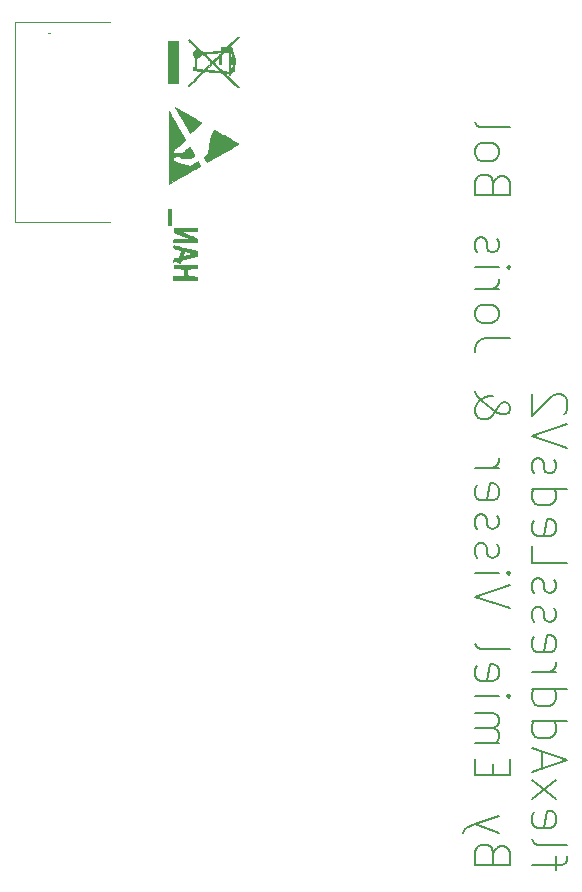
<source format=gbr>
%TF.GenerationSoftware,KiCad,Pcbnew,7.0.7*%
%TF.CreationDate,2023-12-11T13:03:46+01:00*%
%TF.ProjectId,flexAddressLedsV2,666c6578-4164-4647-9265-73734c656473,rev?*%
%TF.SameCoordinates,Original*%
%TF.FileFunction,Legend,Bot*%
%TF.FilePolarity,Positive*%
%FSLAX46Y46*%
G04 Gerber Fmt 4.6, Leading zero omitted, Abs format (unit mm)*
G04 Created by KiCad (PCBNEW 7.0.7) date 2023-12-11 13:03:46*
%MOMM*%
%LPD*%
G01*
G04 APERTURE LIST*
%ADD10C,0.150000*%
%ADD11C,0.120000*%
%ADD12C,0.100000*%
%ADD13C,0.010000*%
G04 APERTURE END LIST*
D10*
X75704942Y-103215601D02*
X75704942Y-102072744D01*
X73704942Y-102787030D02*
X76276371Y-102787030D01*
X76276371Y-102787030D02*
X76562085Y-102644173D01*
X76562085Y-102644173D02*
X76704942Y-102358458D01*
X76704942Y-102358458D02*
X76704942Y-102072744D01*
X73704942Y-100644172D02*
X73847800Y-100929887D01*
X73847800Y-100929887D02*
X74133514Y-101072744D01*
X74133514Y-101072744D02*
X76704942Y-101072744D01*
X73847800Y-98358458D02*
X73704942Y-98644172D01*
X73704942Y-98644172D02*
X73704942Y-99215601D01*
X73704942Y-99215601D02*
X73847800Y-99501315D01*
X73847800Y-99501315D02*
X74133514Y-99644172D01*
X74133514Y-99644172D02*
X75276371Y-99644172D01*
X75276371Y-99644172D02*
X75562085Y-99501315D01*
X75562085Y-99501315D02*
X75704942Y-99215601D01*
X75704942Y-99215601D02*
X75704942Y-98644172D01*
X75704942Y-98644172D02*
X75562085Y-98358458D01*
X75562085Y-98358458D02*
X75276371Y-98215601D01*
X75276371Y-98215601D02*
X74990657Y-98215601D01*
X74990657Y-98215601D02*
X74704942Y-99644172D01*
X73704942Y-97215600D02*
X75704942Y-95644172D01*
X75704942Y-97215600D02*
X73704942Y-95644172D01*
X74562085Y-94644172D02*
X74562085Y-93215601D01*
X73704942Y-94929886D02*
X76704942Y-93929886D01*
X76704942Y-93929886D02*
X73704942Y-92929886D01*
X73704942Y-90644172D02*
X76704942Y-90644172D01*
X73847800Y-90644172D02*
X73704942Y-90929886D01*
X73704942Y-90929886D02*
X73704942Y-91501314D01*
X73704942Y-91501314D02*
X73847800Y-91787029D01*
X73847800Y-91787029D02*
X73990657Y-91929886D01*
X73990657Y-91929886D02*
X74276371Y-92072743D01*
X74276371Y-92072743D02*
X75133514Y-92072743D01*
X75133514Y-92072743D02*
X75419228Y-91929886D01*
X75419228Y-91929886D02*
X75562085Y-91787029D01*
X75562085Y-91787029D02*
X75704942Y-91501314D01*
X75704942Y-91501314D02*
X75704942Y-90929886D01*
X75704942Y-90929886D02*
X75562085Y-90644172D01*
X73704942Y-87929886D02*
X76704942Y-87929886D01*
X73847800Y-87929886D02*
X73704942Y-88215600D01*
X73704942Y-88215600D02*
X73704942Y-88787028D01*
X73704942Y-88787028D02*
X73847800Y-89072743D01*
X73847800Y-89072743D02*
X73990657Y-89215600D01*
X73990657Y-89215600D02*
X74276371Y-89358457D01*
X74276371Y-89358457D02*
X75133514Y-89358457D01*
X75133514Y-89358457D02*
X75419228Y-89215600D01*
X75419228Y-89215600D02*
X75562085Y-89072743D01*
X75562085Y-89072743D02*
X75704942Y-88787028D01*
X75704942Y-88787028D02*
X75704942Y-88215600D01*
X75704942Y-88215600D02*
X75562085Y-87929886D01*
X73704942Y-86501314D02*
X75704942Y-86501314D01*
X75133514Y-86501314D02*
X75419228Y-86358457D01*
X75419228Y-86358457D02*
X75562085Y-86215600D01*
X75562085Y-86215600D02*
X75704942Y-85929885D01*
X75704942Y-85929885D02*
X75704942Y-85644171D01*
X73847800Y-83501314D02*
X73704942Y-83787028D01*
X73704942Y-83787028D02*
X73704942Y-84358457D01*
X73704942Y-84358457D02*
X73847800Y-84644171D01*
X73847800Y-84644171D02*
X74133514Y-84787028D01*
X74133514Y-84787028D02*
X75276371Y-84787028D01*
X75276371Y-84787028D02*
X75562085Y-84644171D01*
X75562085Y-84644171D02*
X75704942Y-84358457D01*
X75704942Y-84358457D02*
X75704942Y-83787028D01*
X75704942Y-83787028D02*
X75562085Y-83501314D01*
X75562085Y-83501314D02*
X75276371Y-83358457D01*
X75276371Y-83358457D02*
X74990657Y-83358457D01*
X74990657Y-83358457D02*
X74704942Y-84787028D01*
X73847800Y-82215599D02*
X73704942Y-81929885D01*
X73704942Y-81929885D02*
X73704942Y-81358456D01*
X73704942Y-81358456D02*
X73847800Y-81072742D01*
X73847800Y-81072742D02*
X74133514Y-80929885D01*
X74133514Y-80929885D02*
X74276371Y-80929885D01*
X74276371Y-80929885D02*
X74562085Y-81072742D01*
X74562085Y-81072742D02*
X74704942Y-81358456D01*
X74704942Y-81358456D02*
X74704942Y-81787028D01*
X74704942Y-81787028D02*
X74847800Y-82072742D01*
X74847800Y-82072742D02*
X75133514Y-82215599D01*
X75133514Y-82215599D02*
X75276371Y-82215599D01*
X75276371Y-82215599D02*
X75562085Y-82072742D01*
X75562085Y-82072742D02*
X75704942Y-81787028D01*
X75704942Y-81787028D02*
X75704942Y-81358456D01*
X75704942Y-81358456D02*
X75562085Y-81072742D01*
X73847800Y-79787028D02*
X73704942Y-79501314D01*
X73704942Y-79501314D02*
X73704942Y-78929885D01*
X73704942Y-78929885D02*
X73847800Y-78644171D01*
X73847800Y-78644171D02*
X74133514Y-78501314D01*
X74133514Y-78501314D02*
X74276371Y-78501314D01*
X74276371Y-78501314D02*
X74562085Y-78644171D01*
X74562085Y-78644171D02*
X74704942Y-78929885D01*
X74704942Y-78929885D02*
X74704942Y-79358457D01*
X74704942Y-79358457D02*
X74847800Y-79644171D01*
X74847800Y-79644171D02*
X75133514Y-79787028D01*
X75133514Y-79787028D02*
X75276371Y-79787028D01*
X75276371Y-79787028D02*
X75562085Y-79644171D01*
X75562085Y-79644171D02*
X75704942Y-79358457D01*
X75704942Y-79358457D02*
X75704942Y-78929885D01*
X75704942Y-78929885D02*
X75562085Y-78644171D01*
X73704942Y-75787028D02*
X73704942Y-77215600D01*
X73704942Y-77215600D02*
X76704942Y-77215600D01*
X73847800Y-73644172D02*
X73704942Y-73929886D01*
X73704942Y-73929886D02*
X73704942Y-74501315D01*
X73704942Y-74501315D02*
X73847800Y-74787029D01*
X73847800Y-74787029D02*
X74133514Y-74929886D01*
X74133514Y-74929886D02*
X75276371Y-74929886D01*
X75276371Y-74929886D02*
X75562085Y-74787029D01*
X75562085Y-74787029D02*
X75704942Y-74501315D01*
X75704942Y-74501315D02*
X75704942Y-73929886D01*
X75704942Y-73929886D02*
X75562085Y-73644172D01*
X75562085Y-73644172D02*
X75276371Y-73501315D01*
X75276371Y-73501315D02*
X74990657Y-73501315D01*
X74990657Y-73501315D02*
X74704942Y-74929886D01*
X73704942Y-70929886D02*
X76704942Y-70929886D01*
X73847800Y-70929886D02*
X73704942Y-71215600D01*
X73704942Y-71215600D02*
X73704942Y-71787028D01*
X73704942Y-71787028D02*
X73847800Y-72072743D01*
X73847800Y-72072743D02*
X73990657Y-72215600D01*
X73990657Y-72215600D02*
X74276371Y-72358457D01*
X74276371Y-72358457D02*
X75133514Y-72358457D01*
X75133514Y-72358457D02*
X75419228Y-72215600D01*
X75419228Y-72215600D02*
X75562085Y-72072743D01*
X75562085Y-72072743D02*
X75704942Y-71787028D01*
X75704942Y-71787028D02*
X75704942Y-71215600D01*
X75704942Y-71215600D02*
X75562085Y-70929886D01*
X73847800Y-69644171D02*
X73704942Y-69358457D01*
X73704942Y-69358457D02*
X73704942Y-68787028D01*
X73704942Y-68787028D02*
X73847800Y-68501314D01*
X73847800Y-68501314D02*
X74133514Y-68358457D01*
X74133514Y-68358457D02*
X74276371Y-68358457D01*
X74276371Y-68358457D02*
X74562085Y-68501314D01*
X74562085Y-68501314D02*
X74704942Y-68787028D01*
X74704942Y-68787028D02*
X74704942Y-69215600D01*
X74704942Y-69215600D02*
X74847800Y-69501314D01*
X74847800Y-69501314D02*
X75133514Y-69644171D01*
X75133514Y-69644171D02*
X75276371Y-69644171D01*
X75276371Y-69644171D02*
X75562085Y-69501314D01*
X75562085Y-69501314D02*
X75704942Y-69215600D01*
X75704942Y-69215600D02*
X75704942Y-68787028D01*
X75704942Y-68787028D02*
X75562085Y-68501314D01*
X76704942Y-67501314D02*
X73704942Y-66501314D01*
X73704942Y-66501314D02*
X76704942Y-65501314D01*
X76419228Y-64644171D02*
X76562085Y-64501314D01*
X76562085Y-64501314D02*
X76704942Y-64215600D01*
X76704942Y-64215600D02*
X76704942Y-63501314D01*
X76704942Y-63501314D02*
X76562085Y-63215600D01*
X76562085Y-63215600D02*
X76419228Y-63072742D01*
X76419228Y-63072742D02*
X76133514Y-62929885D01*
X76133514Y-62929885D02*
X75847800Y-62929885D01*
X75847800Y-62929885D02*
X75419228Y-63072742D01*
X75419228Y-63072742D02*
X73704942Y-64787028D01*
X73704942Y-64787028D02*
X73704942Y-62929885D01*
X70446371Y-101787030D02*
X70303514Y-101358458D01*
X70303514Y-101358458D02*
X70160657Y-101215601D01*
X70160657Y-101215601D02*
X69874942Y-101072744D01*
X69874942Y-101072744D02*
X69446371Y-101072744D01*
X69446371Y-101072744D02*
X69160657Y-101215601D01*
X69160657Y-101215601D02*
X69017800Y-101358458D01*
X69017800Y-101358458D02*
X68874942Y-101644173D01*
X68874942Y-101644173D02*
X68874942Y-102787030D01*
X68874942Y-102787030D02*
X71874942Y-102787030D01*
X71874942Y-102787030D02*
X71874942Y-101787030D01*
X71874942Y-101787030D02*
X71732085Y-101501316D01*
X71732085Y-101501316D02*
X71589228Y-101358458D01*
X71589228Y-101358458D02*
X71303514Y-101215601D01*
X71303514Y-101215601D02*
X71017800Y-101215601D01*
X71017800Y-101215601D02*
X70732085Y-101358458D01*
X70732085Y-101358458D02*
X70589228Y-101501316D01*
X70589228Y-101501316D02*
X70446371Y-101787030D01*
X70446371Y-101787030D02*
X70446371Y-102787030D01*
X70874942Y-100072744D02*
X68874942Y-99358458D01*
X70874942Y-98644173D02*
X68874942Y-99358458D01*
X68874942Y-99358458D02*
X68160657Y-99644173D01*
X68160657Y-99644173D02*
X68017800Y-99787030D01*
X68017800Y-99787030D02*
X67874942Y-100072744D01*
X70446371Y-95215602D02*
X70446371Y-94215602D01*
X68874942Y-93787030D02*
X68874942Y-95215602D01*
X68874942Y-95215602D02*
X71874942Y-95215602D01*
X71874942Y-95215602D02*
X71874942Y-93787030D01*
X68874942Y-92501316D02*
X70874942Y-92501316D01*
X70589228Y-92501316D02*
X70732085Y-92358459D01*
X70732085Y-92358459D02*
X70874942Y-92072744D01*
X70874942Y-92072744D02*
X70874942Y-91644173D01*
X70874942Y-91644173D02*
X70732085Y-91358459D01*
X70732085Y-91358459D02*
X70446371Y-91215602D01*
X70446371Y-91215602D02*
X68874942Y-91215602D01*
X70446371Y-91215602D02*
X70732085Y-91072744D01*
X70732085Y-91072744D02*
X70874942Y-90787030D01*
X70874942Y-90787030D02*
X70874942Y-90358459D01*
X70874942Y-90358459D02*
X70732085Y-90072744D01*
X70732085Y-90072744D02*
X70446371Y-89929887D01*
X70446371Y-89929887D02*
X68874942Y-89929887D01*
X68874942Y-88501316D02*
X70874942Y-88501316D01*
X71874942Y-88501316D02*
X71732085Y-88644173D01*
X71732085Y-88644173D02*
X71589228Y-88501316D01*
X71589228Y-88501316D02*
X71732085Y-88358459D01*
X71732085Y-88358459D02*
X71874942Y-88501316D01*
X71874942Y-88501316D02*
X71589228Y-88501316D01*
X69017800Y-85929888D02*
X68874942Y-86215602D01*
X68874942Y-86215602D02*
X68874942Y-86787031D01*
X68874942Y-86787031D02*
X69017800Y-87072745D01*
X69017800Y-87072745D02*
X69303514Y-87215602D01*
X69303514Y-87215602D02*
X70446371Y-87215602D01*
X70446371Y-87215602D02*
X70732085Y-87072745D01*
X70732085Y-87072745D02*
X70874942Y-86787031D01*
X70874942Y-86787031D02*
X70874942Y-86215602D01*
X70874942Y-86215602D02*
X70732085Y-85929888D01*
X70732085Y-85929888D02*
X70446371Y-85787031D01*
X70446371Y-85787031D02*
X70160657Y-85787031D01*
X70160657Y-85787031D02*
X69874942Y-87215602D01*
X68874942Y-84072744D02*
X69017800Y-84358459D01*
X69017800Y-84358459D02*
X69303514Y-84501316D01*
X69303514Y-84501316D02*
X71874942Y-84501316D01*
X71874942Y-81072744D02*
X68874942Y-80072744D01*
X68874942Y-80072744D02*
X71874942Y-79072744D01*
X68874942Y-78072744D02*
X70874942Y-78072744D01*
X71874942Y-78072744D02*
X71732085Y-78215601D01*
X71732085Y-78215601D02*
X71589228Y-78072744D01*
X71589228Y-78072744D02*
X71732085Y-77929887D01*
X71732085Y-77929887D02*
X71874942Y-78072744D01*
X71874942Y-78072744D02*
X71589228Y-78072744D01*
X69017800Y-76787030D02*
X68874942Y-76501316D01*
X68874942Y-76501316D02*
X68874942Y-75929887D01*
X68874942Y-75929887D02*
X69017800Y-75644173D01*
X69017800Y-75644173D02*
X69303514Y-75501316D01*
X69303514Y-75501316D02*
X69446371Y-75501316D01*
X69446371Y-75501316D02*
X69732085Y-75644173D01*
X69732085Y-75644173D02*
X69874942Y-75929887D01*
X69874942Y-75929887D02*
X69874942Y-76358459D01*
X69874942Y-76358459D02*
X70017800Y-76644173D01*
X70017800Y-76644173D02*
X70303514Y-76787030D01*
X70303514Y-76787030D02*
X70446371Y-76787030D01*
X70446371Y-76787030D02*
X70732085Y-76644173D01*
X70732085Y-76644173D02*
X70874942Y-76358459D01*
X70874942Y-76358459D02*
X70874942Y-75929887D01*
X70874942Y-75929887D02*
X70732085Y-75644173D01*
X69017800Y-74358459D02*
X68874942Y-74072745D01*
X68874942Y-74072745D02*
X68874942Y-73501316D01*
X68874942Y-73501316D02*
X69017800Y-73215602D01*
X69017800Y-73215602D02*
X69303514Y-73072745D01*
X69303514Y-73072745D02*
X69446371Y-73072745D01*
X69446371Y-73072745D02*
X69732085Y-73215602D01*
X69732085Y-73215602D02*
X69874942Y-73501316D01*
X69874942Y-73501316D02*
X69874942Y-73929888D01*
X69874942Y-73929888D02*
X70017800Y-74215602D01*
X70017800Y-74215602D02*
X70303514Y-74358459D01*
X70303514Y-74358459D02*
X70446371Y-74358459D01*
X70446371Y-74358459D02*
X70732085Y-74215602D01*
X70732085Y-74215602D02*
X70874942Y-73929888D01*
X70874942Y-73929888D02*
X70874942Y-73501316D01*
X70874942Y-73501316D02*
X70732085Y-73215602D01*
X69017800Y-70644174D02*
X68874942Y-70929888D01*
X68874942Y-70929888D02*
X68874942Y-71501317D01*
X68874942Y-71501317D02*
X69017800Y-71787031D01*
X69017800Y-71787031D02*
X69303514Y-71929888D01*
X69303514Y-71929888D02*
X70446371Y-71929888D01*
X70446371Y-71929888D02*
X70732085Y-71787031D01*
X70732085Y-71787031D02*
X70874942Y-71501317D01*
X70874942Y-71501317D02*
X70874942Y-70929888D01*
X70874942Y-70929888D02*
X70732085Y-70644174D01*
X70732085Y-70644174D02*
X70446371Y-70501317D01*
X70446371Y-70501317D02*
X70160657Y-70501317D01*
X70160657Y-70501317D02*
X69874942Y-71929888D01*
X68874942Y-69215602D02*
X70874942Y-69215602D01*
X70303514Y-69215602D02*
X70589228Y-69072745D01*
X70589228Y-69072745D02*
X70732085Y-68929888D01*
X70732085Y-68929888D02*
X70874942Y-68644173D01*
X70874942Y-68644173D02*
X70874942Y-68358459D01*
X68874942Y-62644173D02*
X68874942Y-62787031D01*
X68874942Y-62787031D02*
X69017800Y-63072745D01*
X69017800Y-63072745D02*
X69446371Y-63501316D01*
X69446371Y-63501316D02*
X70303514Y-64215602D01*
X70303514Y-64215602D02*
X70732085Y-64501316D01*
X70732085Y-64501316D02*
X71160657Y-64644173D01*
X71160657Y-64644173D02*
X71446371Y-64644173D01*
X71446371Y-64644173D02*
X71732085Y-64501316D01*
X71732085Y-64501316D02*
X71874942Y-64215602D01*
X71874942Y-64215602D02*
X71874942Y-64072745D01*
X71874942Y-64072745D02*
X71732085Y-63787031D01*
X71732085Y-63787031D02*
X71446371Y-63644173D01*
X71446371Y-63644173D02*
X71303514Y-63644173D01*
X71303514Y-63644173D02*
X71017800Y-63787031D01*
X71017800Y-63787031D02*
X70874942Y-63929888D01*
X70874942Y-63929888D02*
X70303514Y-64787031D01*
X70303514Y-64787031D02*
X70160657Y-64929888D01*
X70160657Y-64929888D02*
X69874942Y-65072745D01*
X69874942Y-65072745D02*
X69446371Y-65072745D01*
X69446371Y-65072745D02*
X69160657Y-64929888D01*
X69160657Y-64929888D02*
X69017800Y-64787031D01*
X69017800Y-64787031D02*
X68874942Y-64501316D01*
X68874942Y-64501316D02*
X68874942Y-64072745D01*
X68874942Y-64072745D02*
X69017800Y-63787031D01*
X69017800Y-63787031D02*
X69160657Y-63644173D01*
X69160657Y-63644173D02*
X69732085Y-63215602D01*
X69732085Y-63215602D02*
X70160657Y-63072745D01*
X70160657Y-63072745D02*
X70446371Y-63072745D01*
X71874942Y-58215602D02*
X69732085Y-58215602D01*
X69732085Y-58215602D02*
X69303514Y-58358459D01*
X69303514Y-58358459D02*
X69017800Y-58644173D01*
X69017800Y-58644173D02*
X68874942Y-59072745D01*
X68874942Y-59072745D02*
X68874942Y-59358459D01*
X68874942Y-56358459D02*
X69017800Y-56644174D01*
X69017800Y-56644174D02*
X69160657Y-56787031D01*
X69160657Y-56787031D02*
X69446371Y-56929888D01*
X69446371Y-56929888D02*
X70303514Y-56929888D01*
X70303514Y-56929888D02*
X70589228Y-56787031D01*
X70589228Y-56787031D02*
X70732085Y-56644174D01*
X70732085Y-56644174D02*
X70874942Y-56358459D01*
X70874942Y-56358459D02*
X70874942Y-55929888D01*
X70874942Y-55929888D02*
X70732085Y-55644174D01*
X70732085Y-55644174D02*
X70589228Y-55501317D01*
X70589228Y-55501317D02*
X70303514Y-55358459D01*
X70303514Y-55358459D02*
X69446371Y-55358459D01*
X69446371Y-55358459D02*
X69160657Y-55501317D01*
X69160657Y-55501317D02*
X69017800Y-55644174D01*
X69017800Y-55644174D02*
X68874942Y-55929888D01*
X68874942Y-55929888D02*
X68874942Y-56358459D01*
X68874942Y-54072745D02*
X70874942Y-54072745D01*
X70303514Y-54072745D02*
X70589228Y-53929888D01*
X70589228Y-53929888D02*
X70732085Y-53787031D01*
X70732085Y-53787031D02*
X70874942Y-53501316D01*
X70874942Y-53501316D02*
X70874942Y-53215602D01*
X68874942Y-52215602D02*
X70874942Y-52215602D01*
X71874942Y-52215602D02*
X71732085Y-52358459D01*
X71732085Y-52358459D02*
X71589228Y-52215602D01*
X71589228Y-52215602D02*
X71732085Y-52072745D01*
X71732085Y-52072745D02*
X71874942Y-52215602D01*
X71874942Y-52215602D02*
X71589228Y-52215602D01*
X69017800Y-50929888D02*
X68874942Y-50644174D01*
X68874942Y-50644174D02*
X68874942Y-50072745D01*
X68874942Y-50072745D02*
X69017800Y-49787031D01*
X69017800Y-49787031D02*
X69303514Y-49644174D01*
X69303514Y-49644174D02*
X69446371Y-49644174D01*
X69446371Y-49644174D02*
X69732085Y-49787031D01*
X69732085Y-49787031D02*
X69874942Y-50072745D01*
X69874942Y-50072745D02*
X69874942Y-50501317D01*
X69874942Y-50501317D02*
X70017800Y-50787031D01*
X70017800Y-50787031D02*
X70303514Y-50929888D01*
X70303514Y-50929888D02*
X70446371Y-50929888D01*
X70446371Y-50929888D02*
X70732085Y-50787031D01*
X70732085Y-50787031D02*
X70874942Y-50501317D01*
X70874942Y-50501317D02*
X70874942Y-50072745D01*
X70874942Y-50072745D02*
X70732085Y-49787031D01*
X70446371Y-45072746D02*
X70303514Y-44644174D01*
X70303514Y-44644174D02*
X70160657Y-44501317D01*
X70160657Y-44501317D02*
X69874942Y-44358460D01*
X69874942Y-44358460D02*
X69446371Y-44358460D01*
X69446371Y-44358460D02*
X69160657Y-44501317D01*
X69160657Y-44501317D02*
X69017800Y-44644174D01*
X69017800Y-44644174D02*
X68874942Y-44929889D01*
X68874942Y-44929889D02*
X68874942Y-46072746D01*
X68874942Y-46072746D02*
X71874942Y-46072746D01*
X71874942Y-46072746D02*
X71874942Y-45072746D01*
X71874942Y-45072746D02*
X71732085Y-44787032D01*
X71732085Y-44787032D02*
X71589228Y-44644174D01*
X71589228Y-44644174D02*
X71303514Y-44501317D01*
X71303514Y-44501317D02*
X71017800Y-44501317D01*
X71017800Y-44501317D02*
X70732085Y-44644174D01*
X70732085Y-44644174D02*
X70589228Y-44787032D01*
X70589228Y-44787032D02*
X70446371Y-45072746D01*
X70446371Y-45072746D02*
X70446371Y-46072746D01*
X68874942Y-42644174D02*
X69017800Y-42929889D01*
X69017800Y-42929889D02*
X69160657Y-43072746D01*
X69160657Y-43072746D02*
X69446371Y-43215603D01*
X69446371Y-43215603D02*
X70303514Y-43215603D01*
X70303514Y-43215603D02*
X70589228Y-43072746D01*
X70589228Y-43072746D02*
X70732085Y-42929889D01*
X70732085Y-42929889D02*
X70874942Y-42644174D01*
X70874942Y-42644174D02*
X70874942Y-42215603D01*
X70874942Y-42215603D02*
X70732085Y-41929889D01*
X70732085Y-41929889D02*
X70589228Y-41787032D01*
X70589228Y-41787032D02*
X70303514Y-41644174D01*
X70303514Y-41644174D02*
X69446371Y-41644174D01*
X69446371Y-41644174D02*
X69160657Y-41787032D01*
X69160657Y-41787032D02*
X69017800Y-41929889D01*
X69017800Y-41929889D02*
X68874942Y-42215603D01*
X68874942Y-42215603D02*
X68874942Y-42644174D01*
X68874942Y-39929888D02*
X69017800Y-40215603D01*
X69017800Y-40215603D02*
X69303514Y-40358460D01*
X69303514Y-40358460D02*
X71874942Y-40358460D01*
D11*
%TO.C,J1*%
X38000000Y-31400000D02*
X29900000Y-31400000D01*
X29900000Y-31400000D02*
X29900000Y-48395000D01*
D12*
X32848000Y-32350000D02*
X32898000Y-32400000D01*
X32798000Y-32400000D02*
X32798000Y-32400000D01*
D11*
X29900000Y-48395000D02*
X38000000Y-48395000D01*
D12*
X32798000Y-32400000D02*
G75*
G03*
X32898000Y-32400000I50000J0D01*
G01*
X32898000Y-32400000D02*
G75*
G03*
X32798000Y-32400000I-50000J0D01*
G01*
%TO.C,REF\u002A\u002A*%
D13*
X43504169Y-38666075D02*
X43527670Y-38677493D01*
X43565214Y-38698493D01*
X43587436Y-38711376D01*
X43634827Y-38738772D01*
X43704623Y-38779087D01*
X43794556Y-38831009D01*
X43902358Y-38893231D01*
X44025760Y-38964443D01*
X44162494Y-39043335D01*
X44310291Y-39128598D01*
X44466883Y-39218924D01*
X44630000Y-39313002D01*
X44789677Y-39405121D01*
X44944813Y-39494680D01*
X45090588Y-39578893D01*
X45224817Y-39656497D01*
X45345315Y-39726225D01*
X45449898Y-39786814D01*
X45536381Y-39836998D01*
X45602579Y-39875512D01*
X45646307Y-39901092D01*
X45665381Y-39912472D01*
X45701799Y-39935820D01*
X45657637Y-39982836D01*
X45643968Y-39997023D01*
X45602281Y-40038392D01*
X45545528Y-40093107D01*
X45476603Y-40158510D01*
X45398401Y-40231943D01*
X45313818Y-40310746D01*
X45225747Y-40392260D01*
X45137084Y-40473827D01*
X45050724Y-40552788D01*
X44969561Y-40626483D01*
X44896490Y-40692254D01*
X44834406Y-40747441D01*
X44786205Y-40789386D01*
X44754780Y-40815431D01*
X44743026Y-40822915D01*
X44741728Y-40820346D01*
X44728022Y-40795785D01*
X44700387Y-40747204D01*
X44660002Y-40676652D01*
X44608045Y-40586173D01*
X44545695Y-40477815D01*
X44474129Y-40353624D01*
X44394525Y-40215645D01*
X44308062Y-40065926D01*
X44215917Y-39906513D01*
X44119268Y-39739451D01*
X44083133Y-39677008D01*
X43988194Y-39512883D01*
X43898286Y-39357358D01*
X43814576Y-39212454D01*
X43738229Y-39080195D01*
X43670411Y-38962604D01*
X43612289Y-38861702D01*
X43565029Y-38779513D01*
X43529797Y-38718059D01*
X43507758Y-38679364D01*
X43500080Y-38665449D01*
X43504169Y-38666075D01*
G36*
X43504169Y-38666075D02*
G01*
X43527670Y-38677493D01*
X43565214Y-38698493D01*
X43587436Y-38711376D01*
X43634827Y-38738772D01*
X43704623Y-38779087D01*
X43794556Y-38831009D01*
X43902358Y-38893231D01*
X44025760Y-38964443D01*
X44162494Y-39043335D01*
X44310291Y-39128598D01*
X44466883Y-39218924D01*
X44630000Y-39313002D01*
X44789677Y-39405121D01*
X44944813Y-39494680D01*
X45090588Y-39578893D01*
X45224817Y-39656497D01*
X45345315Y-39726225D01*
X45449898Y-39786814D01*
X45536381Y-39836998D01*
X45602579Y-39875512D01*
X45646307Y-39901092D01*
X45665381Y-39912472D01*
X45701799Y-39935820D01*
X45657637Y-39982836D01*
X45643968Y-39997023D01*
X45602281Y-40038392D01*
X45545528Y-40093107D01*
X45476603Y-40158510D01*
X45398401Y-40231943D01*
X45313818Y-40310746D01*
X45225747Y-40392260D01*
X45137084Y-40473827D01*
X45050724Y-40552788D01*
X44969561Y-40626483D01*
X44896490Y-40692254D01*
X44834406Y-40747441D01*
X44786205Y-40789386D01*
X44754780Y-40815431D01*
X44743026Y-40822915D01*
X44741728Y-40820346D01*
X44728022Y-40795785D01*
X44700387Y-40747204D01*
X44660002Y-40676652D01*
X44608045Y-40586173D01*
X44545695Y-40477815D01*
X44474129Y-40353624D01*
X44394525Y-40215645D01*
X44308062Y-40065926D01*
X44215917Y-39906513D01*
X44119268Y-39739451D01*
X44083133Y-39677008D01*
X43988194Y-39512883D01*
X43898286Y-39357358D01*
X43814576Y-39212454D01*
X43738229Y-39080195D01*
X43670411Y-38962604D01*
X43612289Y-38861702D01*
X43565029Y-38779513D01*
X43529797Y-38718059D01*
X43507758Y-38679364D01*
X43500080Y-38665449D01*
X43504169Y-38666075D01*
G37*
X46787630Y-40568446D02*
X46809138Y-40579280D01*
X46854178Y-40603845D01*
X46920228Y-40640685D01*
X47004767Y-40688347D01*
X47105273Y-40745376D01*
X47219224Y-40810318D01*
X47344099Y-40881719D01*
X47477376Y-40958124D01*
X47616533Y-41038079D01*
X47759049Y-41120130D01*
X47902402Y-41202822D01*
X48044070Y-41284701D01*
X48181532Y-41364313D01*
X48312266Y-41440204D01*
X48433750Y-41510919D01*
X48543462Y-41575004D01*
X48638882Y-41631004D01*
X48717486Y-41677466D01*
X48776755Y-41712935D01*
X48814165Y-41735957D01*
X48827195Y-41745077D01*
X48826825Y-41745560D01*
X48809489Y-41757093D01*
X48767838Y-41782500D01*
X48704089Y-41820507D01*
X48620455Y-41869837D01*
X48519151Y-41929213D01*
X48402391Y-41997359D01*
X48272392Y-42073000D01*
X48131367Y-42154859D01*
X47981532Y-42241660D01*
X47825100Y-42332126D01*
X47664287Y-42424982D01*
X47501307Y-42518951D01*
X47338376Y-42612757D01*
X47177708Y-42705124D01*
X47021518Y-42794776D01*
X46872020Y-42880436D01*
X46731429Y-42960828D01*
X46601960Y-43034677D01*
X46485828Y-43100705D01*
X46385248Y-43157637D01*
X46302433Y-43204197D01*
X46239600Y-43239108D01*
X46198963Y-43261094D01*
X46182736Y-43268879D01*
X46182612Y-43268887D01*
X46165584Y-43256333D01*
X46136721Y-43220258D01*
X46098753Y-43164417D01*
X46054413Y-43092561D01*
X46026048Y-43044373D01*
X45986604Y-42975032D01*
X45961746Y-42926734D01*
X45950076Y-42896242D01*
X45950194Y-42880320D01*
X45960703Y-42875732D01*
X45962417Y-42875382D01*
X45983318Y-42862268D01*
X46018861Y-42834000D01*
X46062417Y-42795786D01*
X46081125Y-42778155D01*
X46131488Y-42723482D01*
X46174535Y-42663022D01*
X46211527Y-42593182D01*
X46243727Y-42510370D01*
X46272398Y-42410992D01*
X46298802Y-42291455D01*
X46324200Y-42148166D01*
X46349855Y-41977531D01*
X46378773Y-41781134D01*
X46409827Y-41591274D01*
X46440956Y-41425260D01*
X46473058Y-41279382D01*
X46507031Y-41149927D01*
X46543774Y-41033183D01*
X46584183Y-40925440D01*
X46629157Y-40822985D01*
X46666246Y-40747688D01*
X46705275Y-40675765D01*
X46740118Y-40618886D01*
X46768035Y-40581499D01*
X46786286Y-40568049D01*
X46787630Y-40568446D01*
G36*
X46787630Y-40568446D02*
G01*
X46809138Y-40579280D01*
X46854178Y-40603845D01*
X46920228Y-40640685D01*
X47004767Y-40688347D01*
X47105273Y-40745376D01*
X47219224Y-40810318D01*
X47344099Y-40881719D01*
X47477376Y-40958124D01*
X47616533Y-41038079D01*
X47759049Y-41120130D01*
X47902402Y-41202822D01*
X48044070Y-41284701D01*
X48181532Y-41364313D01*
X48312266Y-41440204D01*
X48433750Y-41510919D01*
X48543462Y-41575004D01*
X48638882Y-41631004D01*
X48717486Y-41677466D01*
X48776755Y-41712935D01*
X48814165Y-41735957D01*
X48827195Y-41745077D01*
X48826825Y-41745560D01*
X48809489Y-41757093D01*
X48767838Y-41782500D01*
X48704089Y-41820507D01*
X48620455Y-41869837D01*
X48519151Y-41929213D01*
X48402391Y-41997359D01*
X48272392Y-42073000D01*
X48131367Y-42154859D01*
X47981532Y-42241660D01*
X47825100Y-42332126D01*
X47664287Y-42424982D01*
X47501307Y-42518951D01*
X47338376Y-42612757D01*
X47177708Y-42705124D01*
X47021518Y-42794776D01*
X46872020Y-42880436D01*
X46731429Y-42960828D01*
X46601960Y-43034677D01*
X46485828Y-43100705D01*
X46385248Y-43157637D01*
X46302433Y-43204197D01*
X46239600Y-43239108D01*
X46198963Y-43261094D01*
X46182736Y-43268879D01*
X46182612Y-43268887D01*
X46165584Y-43256333D01*
X46136721Y-43220258D01*
X46098753Y-43164417D01*
X46054413Y-43092561D01*
X46026048Y-43044373D01*
X45986604Y-42975032D01*
X45961746Y-42926734D01*
X45950076Y-42896242D01*
X45950194Y-42880320D01*
X45960703Y-42875732D01*
X45962417Y-42875382D01*
X45983318Y-42862268D01*
X46018861Y-42834000D01*
X46062417Y-42795786D01*
X46081125Y-42778155D01*
X46131488Y-42723482D01*
X46174535Y-42663022D01*
X46211527Y-42593182D01*
X46243727Y-42510370D01*
X46272398Y-42410992D01*
X46298802Y-42291455D01*
X46324200Y-42148166D01*
X46349855Y-41977531D01*
X46378773Y-41781134D01*
X46409827Y-41591274D01*
X46440956Y-41425260D01*
X46473058Y-41279382D01*
X46507031Y-41149927D01*
X46543774Y-41033183D01*
X46584183Y-40925440D01*
X46629157Y-40822985D01*
X46666246Y-40747688D01*
X46705275Y-40675765D01*
X46740118Y-40618886D01*
X46768035Y-40581499D01*
X46786286Y-40568049D01*
X46787630Y-40568446D01*
G37*
X42961696Y-38976054D02*
X42982917Y-39011311D01*
X43017080Y-39069221D01*
X43062829Y-39147430D01*
X43118810Y-39243583D01*
X43183667Y-39355323D01*
X43256046Y-39480296D01*
X43334591Y-39616146D01*
X43417946Y-39760518D01*
X43504757Y-39911056D01*
X43593668Y-40065405D01*
X43683324Y-40221210D01*
X43772371Y-40376116D01*
X43859452Y-40527766D01*
X43943212Y-40673806D01*
X44022297Y-40811881D01*
X44095351Y-40939634D01*
X44161019Y-41054711D01*
X44217946Y-41154756D01*
X44264776Y-41237414D01*
X44300154Y-41300329D01*
X44322726Y-41341147D01*
X44331136Y-41357511D01*
X44329051Y-41368189D01*
X44310092Y-41400358D01*
X44274968Y-41446221D01*
X44227331Y-41500740D01*
X44179644Y-41549845D01*
X44114684Y-41612389D01*
X44038845Y-41682368D01*
X43956302Y-41756196D01*
X43871232Y-41830285D01*
X43787810Y-41901048D01*
X43710211Y-41964898D01*
X43642611Y-42018247D01*
X43589186Y-42057509D01*
X43554111Y-42079095D01*
X43528495Y-42093506D01*
X43475484Y-42132643D01*
X43419088Y-42182958D01*
X43366538Y-42237276D01*
X43325070Y-42288424D01*
X43301914Y-42329227D01*
X43296562Y-42374292D01*
X43311355Y-42434426D01*
X43345274Y-42491579D01*
X43393947Y-42535933D01*
X43406575Y-42543613D01*
X43427257Y-42553392D01*
X43452146Y-42559765D01*
X43486591Y-42563142D01*
X43535938Y-42563931D01*
X43605536Y-42562541D01*
X43700732Y-42559381D01*
X43755798Y-42557116D01*
X43842883Y-42552304D01*
X43919101Y-42546625D01*
X43977751Y-42540608D01*
X44012134Y-42534783D01*
X44051412Y-42520679D01*
X44128760Y-42478866D01*
X44220409Y-42413895D01*
X44327433Y-42324970D01*
X44450910Y-42211300D01*
X44502934Y-42161972D01*
X44564304Y-42104938D01*
X44616335Y-42057864D01*
X44654734Y-42024624D01*
X44675204Y-42009089D01*
X44678454Y-42007492D01*
X44692447Y-42005577D01*
X44707961Y-42015145D01*
X44728341Y-42040115D01*
X44756929Y-42084406D01*
X44797068Y-42151938D01*
X44830578Y-42209347D01*
X44891877Y-42314992D01*
X44939491Y-42398171D01*
X44974967Y-42461678D01*
X44999851Y-42508306D01*
X45015687Y-42540850D01*
X45024023Y-42562104D01*
X45033272Y-42584097D01*
X45045693Y-42596951D01*
X45048622Y-42598154D01*
X45064916Y-42616961D01*
X45085902Y-42651335D01*
X45115190Y-42705719D01*
X45077808Y-42745874D01*
X45062664Y-42760057D01*
X45021507Y-42793055D01*
X44966555Y-42833346D01*
X44905469Y-42875182D01*
X44770511Y-42964336D01*
X44420638Y-42960837D01*
X44070765Y-42957339D01*
X44021267Y-42906393D01*
X44003621Y-42889274D01*
X43924340Y-42834376D01*
X43830065Y-42802330D01*
X43716220Y-42791412D01*
X43655221Y-42794123D01*
X43547622Y-42813261D01*
X43449417Y-42848141D01*
X43370618Y-42895742D01*
X43341886Y-42928795D01*
X43320063Y-42987549D01*
X43317546Y-43054061D01*
X43333172Y-43119816D01*
X43365780Y-43176301D01*
X43414207Y-43215003D01*
X43416832Y-43216270D01*
X43464775Y-43239663D01*
X43514878Y-43264439D01*
X43561913Y-43285472D01*
X43641190Y-43315644D01*
X43738928Y-43348932D01*
X43850772Y-43384179D01*
X43972366Y-43420229D01*
X44099355Y-43455925D01*
X44227384Y-43490110D01*
X44352098Y-43521627D01*
X44469141Y-43549320D01*
X44574157Y-43572032D01*
X44662791Y-43588606D01*
X44730688Y-43597885D01*
X44773493Y-43598714D01*
X44783218Y-43596847D01*
X44832444Y-43578658D01*
X44898301Y-43544907D01*
X44974835Y-43498555D01*
X45002415Y-43480764D01*
X45114878Y-43409282D01*
X45213228Y-43348520D01*
X45295168Y-43299817D01*
X45358395Y-43264514D01*
X45400610Y-43243952D01*
X45419513Y-43239469D01*
X45420180Y-43239988D01*
X45433795Y-43258545D01*
X45458681Y-43298202D01*
X45491524Y-43353526D01*
X45529012Y-43419084D01*
X45532124Y-43424626D01*
X45571288Y-43495807D01*
X45596264Y-43545381D01*
X45608842Y-43577906D01*
X45610811Y-43597942D01*
X45603960Y-43610047D01*
X45595375Y-43615802D01*
X45561654Y-43636365D01*
X45504800Y-43670179D01*
X45427032Y-43715950D01*
X45330568Y-43772383D01*
X45217629Y-43838184D01*
X45090432Y-43912058D01*
X44951197Y-43992711D01*
X44802143Y-44078848D01*
X44645488Y-44169175D01*
X44602479Y-44193947D01*
X44432425Y-44291900D01*
X44261246Y-44390509D01*
X44092438Y-44487760D01*
X43929497Y-44581638D01*
X43775918Y-44670131D01*
X43635199Y-44751222D01*
X43510834Y-44822898D01*
X43406320Y-44883144D01*
X43325153Y-44929947D01*
X42941829Y-45151030D01*
X42941829Y-42051076D01*
X42941841Y-41922921D01*
X42941958Y-41617500D01*
X42942198Y-41321432D01*
X42942556Y-41036159D01*
X42943024Y-40763123D01*
X42943597Y-40503765D01*
X42944268Y-40259527D01*
X42945032Y-40031849D01*
X42945881Y-39822174D01*
X42946811Y-39631943D01*
X42947814Y-39462597D01*
X42948885Y-39315578D01*
X42950017Y-39192327D01*
X42951204Y-39094286D01*
X42952441Y-39022896D01*
X42953720Y-38979598D01*
X42955037Y-38965835D01*
X42961696Y-38976054D01*
G36*
X42961696Y-38976054D02*
G01*
X42982917Y-39011311D01*
X43017080Y-39069221D01*
X43062829Y-39147430D01*
X43118810Y-39243583D01*
X43183667Y-39355323D01*
X43256046Y-39480296D01*
X43334591Y-39616146D01*
X43417946Y-39760518D01*
X43504757Y-39911056D01*
X43593668Y-40065405D01*
X43683324Y-40221210D01*
X43772371Y-40376116D01*
X43859452Y-40527766D01*
X43943212Y-40673806D01*
X44022297Y-40811881D01*
X44095351Y-40939634D01*
X44161019Y-41054711D01*
X44217946Y-41154756D01*
X44264776Y-41237414D01*
X44300154Y-41300329D01*
X44322726Y-41341147D01*
X44331136Y-41357511D01*
X44329051Y-41368189D01*
X44310092Y-41400358D01*
X44274968Y-41446221D01*
X44227331Y-41500740D01*
X44179644Y-41549845D01*
X44114684Y-41612389D01*
X44038845Y-41682368D01*
X43956302Y-41756196D01*
X43871232Y-41830285D01*
X43787810Y-41901048D01*
X43710211Y-41964898D01*
X43642611Y-42018247D01*
X43589186Y-42057509D01*
X43554111Y-42079095D01*
X43528495Y-42093506D01*
X43475484Y-42132643D01*
X43419088Y-42182958D01*
X43366538Y-42237276D01*
X43325070Y-42288424D01*
X43301914Y-42329227D01*
X43296562Y-42374292D01*
X43311355Y-42434426D01*
X43345274Y-42491579D01*
X43393947Y-42535933D01*
X43406575Y-42543613D01*
X43427257Y-42553392D01*
X43452146Y-42559765D01*
X43486591Y-42563142D01*
X43535938Y-42563931D01*
X43605536Y-42562541D01*
X43700732Y-42559381D01*
X43755798Y-42557116D01*
X43842883Y-42552304D01*
X43919101Y-42546625D01*
X43977751Y-42540608D01*
X44012134Y-42534783D01*
X44051412Y-42520679D01*
X44128760Y-42478866D01*
X44220409Y-42413895D01*
X44327433Y-42324970D01*
X44450910Y-42211300D01*
X44502934Y-42161972D01*
X44564304Y-42104938D01*
X44616335Y-42057864D01*
X44654734Y-42024624D01*
X44675204Y-42009089D01*
X44678454Y-42007492D01*
X44692447Y-42005577D01*
X44707961Y-42015145D01*
X44728341Y-42040115D01*
X44756929Y-42084406D01*
X44797068Y-42151938D01*
X44830578Y-42209347D01*
X44891877Y-42314992D01*
X44939491Y-42398171D01*
X44974967Y-42461678D01*
X44999851Y-42508306D01*
X45015687Y-42540850D01*
X45024023Y-42562104D01*
X45033272Y-42584097D01*
X45045693Y-42596951D01*
X45048622Y-42598154D01*
X45064916Y-42616961D01*
X45085902Y-42651335D01*
X45115190Y-42705719D01*
X45077808Y-42745874D01*
X45062664Y-42760057D01*
X45021507Y-42793055D01*
X44966555Y-42833346D01*
X44905469Y-42875182D01*
X44770511Y-42964336D01*
X44420638Y-42960837D01*
X44070765Y-42957339D01*
X44021267Y-42906393D01*
X44003621Y-42889274D01*
X43924340Y-42834376D01*
X43830065Y-42802330D01*
X43716220Y-42791412D01*
X43655221Y-42794123D01*
X43547622Y-42813261D01*
X43449417Y-42848141D01*
X43370618Y-42895742D01*
X43341886Y-42928795D01*
X43320063Y-42987549D01*
X43317546Y-43054061D01*
X43333172Y-43119816D01*
X43365780Y-43176301D01*
X43414207Y-43215003D01*
X43416832Y-43216270D01*
X43464775Y-43239663D01*
X43514878Y-43264439D01*
X43561913Y-43285472D01*
X43641190Y-43315644D01*
X43738928Y-43348932D01*
X43850772Y-43384179D01*
X43972366Y-43420229D01*
X44099355Y-43455925D01*
X44227384Y-43490110D01*
X44352098Y-43521627D01*
X44469141Y-43549320D01*
X44574157Y-43572032D01*
X44662791Y-43588606D01*
X44730688Y-43597885D01*
X44773493Y-43598714D01*
X44783218Y-43596847D01*
X44832444Y-43578658D01*
X44898301Y-43544907D01*
X44974835Y-43498555D01*
X45002415Y-43480764D01*
X45114878Y-43409282D01*
X45213228Y-43348520D01*
X45295168Y-43299817D01*
X45358395Y-43264514D01*
X45400610Y-43243952D01*
X45419513Y-43239469D01*
X45420180Y-43239988D01*
X45433795Y-43258545D01*
X45458681Y-43298202D01*
X45491524Y-43353526D01*
X45529012Y-43419084D01*
X45532124Y-43424626D01*
X45571288Y-43495807D01*
X45596264Y-43545381D01*
X45608842Y-43577906D01*
X45610811Y-43597942D01*
X45603960Y-43610047D01*
X45595375Y-43615802D01*
X45561654Y-43636365D01*
X45504800Y-43670179D01*
X45427032Y-43715950D01*
X45330568Y-43772383D01*
X45217629Y-43838184D01*
X45090432Y-43912058D01*
X44951197Y-43992711D01*
X44802143Y-44078848D01*
X44645488Y-44169175D01*
X44602479Y-44193947D01*
X44432425Y-44291900D01*
X44261246Y-44390509D01*
X44092438Y-44487760D01*
X43929497Y-44581638D01*
X43775918Y-44670131D01*
X43635199Y-44751222D01*
X43510834Y-44822898D01*
X43406320Y-44883144D01*
X43325153Y-44929947D01*
X42941829Y-45151030D01*
X42941829Y-42051076D01*
X42941841Y-41922921D01*
X42941958Y-41617500D01*
X42942198Y-41321432D01*
X42942556Y-41036159D01*
X42943024Y-40763123D01*
X42943597Y-40503765D01*
X42944268Y-40259527D01*
X42945032Y-40031849D01*
X42945881Y-39822174D01*
X42946811Y-39631943D01*
X42947814Y-39462597D01*
X42948885Y-39315578D01*
X42950017Y-39192327D01*
X42951204Y-39094286D01*
X42952441Y-39022896D01*
X42953720Y-38979598D01*
X42955037Y-38965835D01*
X42961696Y-38976054D01*
G37*
X43749802Y-36572971D02*
X42882178Y-36572971D01*
X42882178Y-33052178D01*
X43749802Y-33052178D01*
X43749802Y-36572971D01*
G36*
X43749802Y-36572971D02*
G01*
X42882178Y-36572971D01*
X42882178Y-33052178D01*
X43749802Y-33052178D01*
X43749802Y-36572971D01*
G37*
X48373048Y-33216769D02*
X48320002Y-33269137D01*
X48210228Y-33377803D01*
X48116886Y-33470709D01*
X48038827Y-33549055D01*
X47974903Y-33614043D01*
X47923965Y-33666872D01*
X47884865Y-33708743D01*
X47856452Y-33740855D01*
X47837580Y-33764410D01*
X47827099Y-33780608D01*
X47823861Y-33790649D01*
X47824842Y-33807579D01*
X47832004Y-33817084D01*
X47851599Y-33818723D01*
X47889876Y-33814782D01*
X47913975Y-33812065D01*
X47954256Y-33808284D01*
X47981039Y-33806760D01*
X47990272Y-33806015D01*
X48000161Y-33798746D01*
X48003438Y-33778668D01*
X48002008Y-33739689D01*
X48001447Y-33729737D01*
X48002079Y-33689898D01*
X48010833Y-33661560D01*
X48030711Y-33633630D01*
X48034896Y-33628820D01*
X48085573Y-33589482D01*
X48144066Y-33572172D01*
X48205425Y-33577474D01*
X48264703Y-33605975D01*
X48268394Y-33608733D01*
X48300149Y-33646822D01*
X48318933Y-33696476D01*
X48323929Y-33750002D01*
X48314322Y-33799707D01*
X48289296Y-33837900D01*
X48276520Y-33850831D01*
X48273424Y-33863428D01*
X48283002Y-33881467D01*
X48306918Y-33911928D01*
X48314269Y-33921274D01*
X48360661Y-33993430D01*
X48401916Y-34078915D01*
X48435064Y-34169767D01*
X48457132Y-34258027D01*
X48465148Y-34335736D01*
X48465212Y-34343991D01*
X48469679Y-34389879D01*
X48482205Y-34415079D01*
X48504216Y-34422773D01*
X48511151Y-34423676D01*
X48517115Y-34428615D01*
X48521481Y-34440611D01*
X48524497Y-34462680D01*
X48526410Y-34497836D01*
X48527470Y-34549094D01*
X48527923Y-34619471D01*
X48528020Y-34711980D01*
X48527850Y-34798660D01*
X48527166Y-34872332D01*
X48525785Y-34926265D01*
X48523530Y-34963288D01*
X48520222Y-34986230D01*
X48515680Y-34997920D01*
X48509728Y-35001188D01*
X48495112Y-35011937D01*
X48485785Y-35042055D01*
X48484153Y-35053582D01*
X48478409Y-35092886D01*
X48470622Y-35145188D01*
X48461997Y-35202376D01*
X48457607Y-35233916D01*
X48452852Y-35280074D01*
X48451705Y-35312641D01*
X48454505Y-35326023D01*
X48456329Y-35328308D01*
X48460835Y-35349405D01*
X48463971Y-35387355D01*
X48465148Y-35436048D01*
X48465148Y-35541881D01*
X48427425Y-35541894D01*
X48424282Y-35541894D01*
X48411332Y-35542388D01*
X48389589Y-35548819D01*
X48371149Y-35567123D01*
X48349199Y-35602830D01*
X48329146Y-35634174D01*
X48290644Y-35681893D01*
X48247421Y-35725138D01*
X48205373Y-35758219D01*
X48170396Y-35775442D01*
X48156919Y-35779662D01*
X48147666Y-35787480D01*
X48144546Y-35790116D01*
X48139304Y-35811662D01*
X48138218Y-35851314D01*
X48138218Y-35919109D01*
X48025049Y-35919109D01*
X48025049Y-35759577D01*
X47847268Y-35744682D01*
X47822963Y-35742682D01*
X47762120Y-35738023D01*
X47712611Y-35734731D01*
X47679008Y-35733092D01*
X47665884Y-35733390D01*
X47669657Y-35737724D01*
X47689324Y-35757496D01*
X47724182Y-35791679D01*
X47772424Y-35838541D01*
X47832243Y-35896354D01*
X47901833Y-35963387D01*
X47979385Y-36037912D01*
X48063093Y-36118197D01*
X48151151Y-36202513D01*
X48241750Y-36289130D01*
X48333085Y-36376319D01*
X48423347Y-36462349D01*
X48510731Y-36545492D01*
X48593428Y-36624016D01*
X48669632Y-36696192D01*
X48737537Y-36760291D01*
X48795334Y-36814583D01*
X48898960Y-36911592D01*
X48810685Y-36912034D01*
X48722411Y-36912475D01*
X48090842Y-36311938D01*
X47459274Y-35711401D01*
X47315326Y-35699396D01*
X46739365Y-35651365D01*
X46637209Y-35642876D01*
X46509388Y-35632343D01*
X46390233Y-35622621D01*
X46282086Y-35613898D01*
X46187287Y-35606358D01*
X46108181Y-35600187D01*
X46047108Y-35595573D01*
X46006410Y-35592700D01*
X45988430Y-35591754D01*
X45980192Y-35594251D01*
X45962401Y-35605471D01*
X45935589Y-35626751D01*
X45923871Y-35637021D01*
X45898534Y-35659225D01*
X45850014Y-35704023D01*
X45788808Y-35762281D01*
X45713693Y-35835129D01*
X45623450Y-35923703D01*
X45516855Y-36029134D01*
X45446907Y-36098492D01*
X45349342Y-36195179D01*
X45252059Y-36291526D01*
X45157986Y-36384638D01*
X45070050Y-36471618D01*
X44991180Y-36549569D01*
X44924301Y-36615596D01*
X44872342Y-36666802D01*
X44668380Y-36867514D01*
X44630329Y-36831058D01*
X44621755Y-36822460D01*
X44600703Y-36797095D01*
X44592277Y-36779695D01*
X44599470Y-36766071D01*
X44621056Y-36740743D01*
X44652005Y-36710379D01*
X44671552Y-36691896D01*
X44707248Y-36657427D01*
X44757316Y-36608712D01*
X44819999Y-36547469D01*
X44893543Y-36475420D01*
X44976190Y-36394285D01*
X45066185Y-36305784D01*
X45161772Y-36211637D01*
X45261195Y-36113565D01*
X45810657Y-35571161D01*
X45525254Y-35549066D01*
X45464338Y-35544250D01*
X45382452Y-35537216D01*
X45320431Y-35530872D01*
X45275013Y-35524748D01*
X45242938Y-35518373D01*
X45220948Y-35511277D01*
X45205781Y-35502991D01*
X45184584Y-35491393D01*
X45145614Y-35481850D01*
X45089469Y-35479010D01*
X45007227Y-35479010D01*
X45007227Y-35473256D01*
X46107034Y-35473256D01*
X46110762Y-35477935D01*
X46120156Y-35479116D01*
X46135251Y-35479873D01*
X46174117Y-35482601D01*
X46233105Y-35487108D01*
X46309527Y-35493179D01*
X46400695Y-35500596D01*
X46503920Y-35509142D01*
X46616517Y-35518602D01*
X46735795Y-35528758D01*
X46840923Y-35537723D01*
X46951649Y-35547066D01*
X47052186Y-35555443D01*
X47140057Y-35562653D01*
X47212785Y-35568496D01*
X47267890Y-35572769D01*
X47302896Y-35575273D01*
X47315326Y-35575805D01*
X47315092Y-35575384D01*
X47303650Y-35563509D01*
X47276802Y-35537130D01*
X47236982Y-35498570D01*
X47186628Y-35450153D01*
X47128172Y-35394203D01*
X47064052Y-35333042D01*
X46996702Y-35268995D01*
X46928557Y-35204385D01*
X46862052Y-35141535D01*
X46799623Y-35082768D01*
X46743705Y-35030409D01*
X46635594Y-34929533D01*
X46633523Y-34927601D01*
X46358032Y-35203305D01*
X46290776Y-35270726D01*
X46227838Y-35334267D01*
X46179900Y-35383490D01*
X46145406Y-35420196D01*
X46122801Y-35446190D01*
X46110529Y-35463276D01*
X46107034Y-35473256D01*
X45007227Y-35473256D01*
X45007227Y-35400838D01*
X45296435Y-35400838D01*
X45324727Y-35407458D01*
X45331671Y-35408629D01*
X45362719Y-35412268D01*
X45412919Y-35417234D01*
X45478273Y-35423157D01*
X45554781Y-35429669D01*
X45638445Y-35436401D01*
X45923871Y-35458724D01*
X46229435Y-35157826D01*
X46285296Y-35102636D01*
X46353112Y-35035109D01*
X46413357Y-34974529D01*
X46463948Y-34923021D01*
X46502800Y-34882710D01*
X46527830Y-34855722D01*
X46536954Y-34844182D01*
X46532987Y-34837140D01*
X46732558Y-34837140D01*
X46735233Y-34841373D01*
X46753218Y-34861224D01*
X46786519Y-34895451D01*
X46833288Y-34942227D01*
X46891675Y-34999724D01*
X46959831Y-35066112D01*
X47035906Y-35139564D01*
X47118050Y-35218251D01*
X47201057Y-35297341D01*
X47282864Y-35374871D01*
X47349917Y-35437746D01*
X47403993Y-35487502D01*
X47446871Y-35525678D01*
X47480327Y-35553811D01*
X47506139Y-35573440D01*
X47526086Y-35586101D01*
X47541944Y-35593334D01*
X47555491Y-35596675D01*
X47562090Y-35597561D01*
X47598452Y-35601488D01*
X47651982Y-35606459D01*
X47716579Y-35611927D01*
X47786138Y-35617344D01*
X47810365Y-35619181D01*
X47875822Y-35624488D01*
X47932283Y-35629548D01*
X47974382Y-35633863D01*
X47996757Y-35636934D01*
X48025049Y-35642955D01*
X48025049Y-35541881D01*
X48138218Y-35541881D01*
X48138218Y-35598908D01*
X48138338Y-35615993D01*
X48140538Y-35641308D01*
X48147666Y-35648616D01*
X48162492Y-35642943D01*
X48165318Y-35641267D01*
X48187056Y-35622448D01*
X48211180Y-35595183D01*
X48230746Y-35567987D01*
X48238812Y-35549371D01*
X48237537Y-35547697D01*
X48220024Y-35543544D01*
X48188515Y-35541881D01*
X48138218Y-35541881D01*
X48025049Y-35541881D01*
X48025049Y-33924852D01*
X47977896Y-33929013D01*
X47956502Y-33930935D01*
X47898091Y-33936924D01*
X47859619Y-33942826D01*
X47837088Y-33949727D01*
X47826502Y-33958712D01*
X47823861Y-33970870D01*
X47822063Y-33981801D01*
X47813470Y-33989050D01*
X47793495Y-33993100D01*
X47757550Y-33994863D01*
X47701048Y-33995248D01*
X47578234Y-33995248D01*
X47538160Y-34035447D01*
X47440346Y-34133565D01*
X47302458Y-34271881D01*
X47408911Y-34271881D01*
X47408911Y-35026337D01*
X47170000Y-35026337D01*
X47170000Y-34407831D01*
X46953094Y-34617592D01*
X46911666Y-34657770D01*
X46854800Y-34713328D01*
X46805918Y-34761570D01*
X46767559Y-34799971D01*
X46742259Y-34826003D01*
X46732558Y-34837140D01*
X46532987Y-34837140D01*
X46532595Y-34836444D01*
X46512759Y-34813395D01*
X46479625Y-34778709D01*
X46436180Y-34735487D01*
X46385413Y-34686832D01*
X46371949Y-34674140D01*
X46311725Y-34617229D01*
X46240136Y-34549414D01*
X46162563Y-34475800D01*
X46084389Y-34401493D01*
X46010995Y-34331599D01*
X46006591Y-34327401D01*
X45938215Y-34262420D01*
X45885268Y-34212836D01*
X45845233Y-34176688D01*
X45815589Y-34152016D01*
X45793819Y-34136858D01*
X45777405Y-34129256D01*
X45763826Y-34127247D01*
X45750566Y-34128872D01*
X45749181Y-34129156D01*
X45717772Y-34142698D01*
X45703137Y-34169748D01*
X45671937Y-34253129D01*
X45619962Y-34327418D01*
X45551209Y-34385846D01*
X45468685Y-34425890D01*
X45375394Y-34445026D01*
X45296435Y-34451364D01*
X45296435Y-35400838D01*
X45007227Y-35400838D01*
X45007227Y-35252674D01*
X45183267Y-35252674D01*
X45183267Y-34407082D01*
X45127738Y-34358203D01*
X45113278Y-34344836D01*
X45055187Y-34272388D01*
X45019424Y-34190532D01*
X45008824Y-34113506D01*
X45966163Y-34113506D01*
X45970174Y-34119188D01*
X45989862Y-34140020D01*
X46023678Y-34173872D01*
X46069163Y-34218412D01*
X46123854Y-34271310D01*
X46185290Y-34330236D01*
X46251010Y-34392858D01*
X46318551Y-34456848D01*
X46385453Y-34519874D01*
X46449254Y-34579606D01*
X46507493Y-34633713D01*
X46557708Y-34679865D01*
X46597437Y-34715733D01*
X46624220Y-34738984D01*
X46635594Y-34747290D01*
X46646617Y-34739148D01*
X46673001Y-34715478D01*
X46712473Y-34678478D01*
X46762809Y-34630350D01*
X46821783Y-34573296D01*
X46887170Y-34509520D01*
X46956745Y-34441222D01*
X47028284Y-34370605D01*
X47099562Y-34299871D01*
X47168353Y-34231222D01*
X47232434Y-34166861D01*
X47289578Y-34108989D01*
X47337561Y-34059810D01*
X47374159Y-34021524D01*
X47397146Y-33996334D01*
X47404297Y-33986442D01*
X47396268Y-33986253D01*
X47365347Y-33987908D01*
X47313347Y-33991549D01*
X47242513Y-33996995D01*
X47155089Y-34004063D01*
X47053319Y-34012570D01*
X46939448Y-34022335D01*
X46815721Y-34033174D01*
X46684382Y-34044907D01*
X46583092Y-34054079D01*
X46457474Y-34065566D01*
X46341238Y-34076322D01*
X46236620Y-34086131D01*
X46145860Y-34094781D01*
X46071196Y-34102057D01*
X46014866Y-34107746D01*
X45979109Y-34111634D01*
X45966163Y-34113506D01*
X45008824Y-34113506D01*
X45007227Y-34101900D01*
X45013694Y-34023692D01*
X45040953Y-33935233D01*
X45089672Y-33859507D01*
X45103597Y-33844748D01*
X45148672Y-33807864D01*
X45201181Y-33775503D01*
X45252939Y-33752297D01*
X45295761Y-33742879D01*
X45301977Y-33742697D01*
X45324754Y-33741342D01*
X45340487Y-33737800D01*
X45347932Y-33730390D01*
X45345844Y-33717431D01*
X45332980Y-33697243D01*
X45308095Y-33668145D01*
X45269947Y-33628456D01*
X45217290Y-33576496D01*
X45148881Y-33510584D01*
X45063476Y-33429040D01*
X45017888Y-33385604D01*
X44941559Y-33313000D01*
X44869192Y-33244309D01*
X44803634Y-33182223D01*
X44747726Y-33129434D01*
X44704314Y-33088634D01*
X44676242Y-33062515D01*
X44598564Y-32991119D01*
X44686584Y-32902863D01*
X45258713Y-33448690D01*
X45294812Y-33483105D01*
X45423728Y-33605546D01*
X45535246Y-33710651D01*
X45629712Y-33798736D01*
X45707471Y-33870116D01*
X45768869Y-33925105D01*
X45814252Y-33964019D01*
X45843965Y-33987173D01*
X45858356Y-33994882D01*
X45858441Y-33994883D01*
X45876376Y-33993825D01*
X45916579Y-33990737D01*
X45976313Y-33985858D01*
X46052842Y-33979432D01*
X46143431Y-33971700D01*
X46245343Y-33962905D01*
X46355841Y-33953287D01*
X46472189Y-33943091D01*
X46591652Y-33932556D01*
X46711493Y-33921926D01*
X46792489Y-33914698D01*
X48138218Y-33914698D01*
X48138218Y-35329221D01*
X48228905Y-35325526D01*
X48319593Y-35321832D01*
X48334748Y-35246386D01*
X48341621Y-35208551D01*
X48351244Y-35145368D01*
X48358504Y-35086065D01*
X48367107Y-35001188D01*
X48263960Y-35001188D01*
X48263960Y-34523367D01*
X48364554Y-34523367D01*
X48364554Y-34900594D01*
X48427425Y-34900594D01*
X48427425Y-34523367D01*
X48364554Y-34523367D01*
X48263960Y-34523367D01*
X48263960Y-34422773D01*
X48354878Y-34422773D01*
X48346247Y-34350471D01*
X48327751Y-34239998D01*
X48294309Y-34128816D01*
X48247676Y-34036850D01*
X48187214Y-33962542D01*
X48138218Y-33914698D01*
X46792489Y-33914698D01*
X46828975Y-33911442D01*
X46941363Y-33901346D01*
X47045919Y-33891881D01*
X47139909Y-33883288D01*
X47220595Y-33875809D01*
X47285241Y-33869687D01*
X47331112Y-33865162D01*
X47355470Y-33862478D01*
X47408911Y-33855390D01*
X47408911Y-33680891D01*
X47509505Y-33680891D01*
X47509505Y-33762624D01*
X47509511Y-33769895D01*
X47510387Y-33810950D01*
X47514133Y-33833277D01*
X47522730Y-33842529D01*
X47538160Y-33844357D01*
X47560841Y-33836306D01*
X47598572Y-33808730D01*
X47647821Y-33762624D01*
X47728828Y-33680891D01*
X47509505Y-33680891D01*
X47408911Y-33680891D01*
X47408911Y-33580297D01*
X47619529Y-33579968D01*
X47830148Y-33579639D01*
X48289109Y-33127914D01*
X48748069Y-32676189D01*
X48835152Y-32675570D01*
X48922233Y-32674951D01*
X48373048Y-33216769D01*
G36*
X48373048Y-33216769D02*
G01*
X48320002Y-33269137D01*
X48210228Y-33377803D01*
X48116886Y-33470709D01*
X48038827Y-33549055D01*
X47974903Y-33614043D01*
X47923965Y-33666872D01*
X47884865Y-33708743D01*
X47856452Y-33740855D01*
X47837580Y-33764410D01*
X47827099Y-33780608D01*
X47823861Y-33790649D01*
X47824842Y-33807579D01*
X47832004Y-33817084D01*
X47851599Y-33818723D01*
X47889876Y-33814782D01*
X47913975Y-33812065D01*
X47954256Y-33808284D01*
X47981039Y-33806760D01*
X47990272Y-33806015D01*
X48000161Y-33798746D01*
X48003438Y-33778668D01*
X48002008Y-33739689D01*
X48001447Y-33729737D01*
X48002079Y-33689898D01*
X48010833Y-33661560D01*
X48030711Y-33633630D01*
X48034896Y-33628820D01*
X48085573Y-33589482D01*
X48144066Y-33572172D01*
X48205425Y-33577474D01*
X48264703Y-33605975D01*
X48268394Y-33608733D01*
X48300149Y-33646822D01*
X48318933Y-33696476D01*
X48323929Y-33750002D01*
X48314322Y-33799707D01*
X48289296Y-33837900D01*
X48276520Y-33850831D01*
X48273424Y-33863428D01*
X48283002Y-33881467D01*
X48306918Y-33911928D01*
X48314269Y-33921274D01*
X48360661Y-33993430D01*
X48401916Y-34078915D01*
X48435064Y-34169767D01*
X48457132Y-34258027D01*
X48465148Y-34335736D01*
X48465212Y-34343991D01*
X48469679Y-34389879D01*
X48482205Y-34415079D01*
X48504216Y-34422773D01*
X48511151Y-34423676D01*
X48517115Y-34428615D01*
X48521481Y-34440611D01*
X48524497Y-34462680D01*
X48526410Y-34497836D01*
X48527470Y-34549094D01*
X48527923Y-34619471D01*
X48528020Y-34711980D01*
X48527850Y-34798660D01*
X48527166Y-34872332D01*
X48525785Y-34926265D01*
X48523530Y-34963288D01*
X48520222Y-34986230D01*
X48515680Y-34997920D01*
X48509728Y-35001188D01*
X48495112Y-35011937D01*
X48485785Y-35042055D01*
X48484153Y-35053582D01*
X48478409Y-35092886D01*
X48470622Y-35145188D01*
X48461997Y-35202376D01*
X48457607Y-35233916D01*
X48452852Y-35280074D01*
X48451705Y-35312641D01*
X48454505Y-35326023D01*
X48456329Y-35328308D01*
X48460835Y-35349405D01*
X48463971Y-35387355D01*
X48465148Y-35436048D01*
X48465148Y-35541881D01*
X48427425Y-35541894D01*
X48424282Y-35541894D01*
X48411332Y-35542388D01*
X48389589Y-35548819D01*
X48371149Y-35567123D01*
X48349199Y-35602830D01*
X48329146Y-35634174D01*
X48290644Y-35681893D01*
X48247421Y-35725138D01*
X48205373Y-35758219D01*
X48170396Y-35775442D01*
X48156919Y-35779662D01*
X48147666Y-35787480D01*
X48144546Y-35790116D01*
X48139304Y-35811662D01*
X48138218Y-35851314D01*
X48138218Y-35919109D01*
X48025049Y-35919109D01*
X48025049Y-35759577D01*
X47847268Y-35744682D01*
X47822963Y-35742682D01*
X47762120Y-35738023D01*
X47712611Y-35734731D01*
X47679008Y-35733092D01*
X47665884Y-35733390D01*
X47669657Y-35737724D01*
X47689324Y-35757496D01*
X47724182Y-35791679D01*
X47772424Y-35838541D01*
X47832243Y-35896354D01*
X47901833Y-35963387D01*
X47979385Y-36037912D01*
X48063093Y-36118197D01*
X48151151Y-36202513D01*
X48241750Y-36289130D01*
X48333085Y-36376319D01*
X48423347Y-36462349D01*
X48510731Y-36545492D01*
X48593428Y-36624016D01*
X48669632Y-36696192D01*
X48737537Y-36760291D01*
X48795334Y-36814583D01*
X48898960Y-36911592D01*
X48810685Y-36912034D01*
X48722411Y-36912475D01*
X48090842Y-36311938D01*
X47459274Y-35711401D01*
X47315326Y-35699396D01*
X46739365Y-35651365D01*
X46637209Y-35642876D01*
X46509388Y-35632343D01*
X46390233Y-35622621D01*
X46282086Y-35613898D01*
X46187287Y-35606358D01*
X46108181Y-35600187D01*
X46047108Y-35595573D01*
X46006410Y-35592700D01*
X45988430Y-35591754D01*
X45980192Y-35594251D01*
X45962401Y-35605471D01*
X45935589Y-35626751D01*
X45923871Y-35637021D01*
X45898534Y-35659225D01*
X45850014Y-35704023D01*
X45788808Y-35762281D01*
X45713693Y-35835129D01*
X45623450Y-35923703D01*
X45516855Y-36029134D01*
X45446907Y-36098492D01*
X45349342Y-36195179D01*
X45252059Y-36291526D01*
X45157986Y-36384638D01*
X45070050Y-36471618D01*
X44991180Y-36549569D01*
X44924301Y-36615596D01*
X44872342Y-36666802D01*
X44668380Y-36867514D01*
X44630329Y-36831058D01*
X44621755Y-36822460D01*
X44600703Y-36797095D01*
X44592277Y-36779695D01*
X44599470Y-36766071D01*
X44621056Y-36740743D01*
X44652005Y-36710379D01*
X44671552Y-36691896D01*
X44707248Y-36657427D01*
X44757316Y-36608712D01*
X44819999Y-36547469D01*
X44893543Y-36475420D01*
X44976190Y-36394285D01*
X45066185Y-36305784D01*
X45161772Y-36211637D01*
X45261195Y-36113565D01*
X45810657Y-35571161D01*
X45525254Y-35549066D01*
X45464338Y-35544250D01*
X45382452Y-35537216D01*
X45320431Y-35530872D01*
X45275013Y-35524748D01*
X45242938Y-35518373D01*
X45220948Y-35511277D01*
X45205781Y-35502991D01*
X45184584Y-35491393D01*
X45145614Y-35481850D01*
X45089469Y-35479010D01*
X45007227Y-35479010D01*
X45007227Y-35473256D01*
X46107034Y-35473256D01*
X46110762Y-35477935D01*
X46120156Y-35479116D01*
X46135251Y-35479873D01*
X46174117Y-35482601D01*
X46233105Y-35487108D01*
X46309527Y-35493179D01*
X46400695Y-35500596D01*
X46503920Y-35509142D01*
X46616517Y-35518602D01*
X46735795Y-35528758D01*
X46840923Y-35537723D01*
X46951649Y-35547066D01*
X47052186Y-35555443D01*
X47140057Y-35562653D01*
X47212785Y-35568496D01*
X47267890Y-35572769D01*
X47302896Y-35575273D01*
X47315326Y-35575805D01*
X47315092Y-35575384D01*
X47303650Y-35563509D01*
X47276802Y-35537130D01*
X47236982Y-35498570D01*
X47186628Y-35450153D01*
X47128172Y-35394203D01*
X47064052Y-35333042D01*
X46996702Y-35268995D01*
X46928557Y-35204385D01*
X46862052Y-35141535D01*
X46799623Y-35082768D01*
X46743705Y-35030409D01*
X46635594Y-34929533D01*
X46633523Y-34927601D01*
X46358032Y-35203305D01*
X46290776Y-35270726D01*
X46227838Y-35334267D01*
X46179900Y-35383490D01*
X46145406Y-35420196D01*
X46122801Y-35446190D01*
X46110529Y-35463276D01*
X46107034Y-35473256D01*
X45007227Y-35473256D01*
X45007227Y-35400838D01*
X45296435Y-35400838D01*
X45324727Y-35407458D01*
X45331671Y-35408629D01*
X45362719Y-35412268D01*
X45412919Y-35417234D01*
X45478273Y-35423157D01*
X45554781Y-35429669D01*
X45638445Y-35436401D01*
X45923871Y-35458724D01*
X46229435Y-35157826D01*
X46285296Y-35102636D01*
X46353112Y-35035109D01*
X46413357Y-34974529D01*
X46463948Y-34923021D01*
X46502800Y-34882710D01*
X46527830Y-34855722D01*
X46536954Y-34844182D01*
X46532987Y-34837140D01*
X46732558Y-34837140D01*
X46735233Y-34841373D01*
X46753218Y-34861224D01*
X46786519Y-34895451D01*
X46833288Y-34942227D01*
X46891675Y-34999724D01*
X46959831Y-35066112D01*
X47035906Y-35139564D01*
X47118050Y-35218251D01*
X47201057Y-35297341D01*
X47282864Y-35374871D01*
X47349917Y-35437746D01*
X47403993Y-35487502D01*
X47446871Y-35525678D01*
X47480327Y-35553811D01*
X47506139Y-35573440D01*
X47526086Y-35586101D01*
X47541944Y-35593334D01*
X47555491Y-35596675D01*
X47562090Y-35597561D01*
X47598452Y-35601488D01*
X47651982Y-35606459D01*
X47716579Y-35611927D01*
X47786138Y-35617344D01*
X47810365Y-35619181D01*
X47875822Y-35624488D01*
X47932283Y-35629548D01*
X47974382Y-35633863D01*
X47996757Y-35636934D01*
X48025049Y-35642955D01*
X48025049Y-35541881D01*
X48138218Y-35541881D01*
X48138218Y-35598908D01*
X48138338Y-35615993D01*
X48140538Y-35641308D01*
X48147666Y-35648616D01*
X48162492Y-35642943D01*
X48165318Y-35641267D01*
X48187056Y-35622448D01*
X48211180Y-35595183D01*
X48230746Y-35567987D01*
X48238812Y-35549371D01*
X48237537Y-35547697D01*
X48220024Y-35543544D01*
X48188515Y-35541881D01*
X48138218Y-35541881D01*
X48025049Y-35541881D01*
X48025049Y-33924852D01*
X47977896Y-33929013D01*
X47956502Y-33930935D01*
X47898091Y-33936924D01*
X47859619Y-33942826D01*
X47837088Y-33949727D01*
X47826502Y-33958712D01*
X47823861Y-33970870D01*
X47822063Y-33981801D01*
X47813470Y-33989050D01*
X47793495Y-33993100D01*
X47757550Y-33994863D01*
X47701048Y-33995248D01*
X47578234Y-33995248D01*
X47538160Y-34035447D01*
X47440346Y-34133565D01*
X47302458Y-34271881D01*
X47408911Y-34271881D01*
X47408911Y-35026337D01*
X47170000Y-35026337D01*
X47170000Y-34407831D01*
X46953094Y-34617592D01*
X46911666Y-34657770D01*
X46854800Y-34713328D01*
X46805918Y-34761570D01*
X46767559Y-34799971D01*
X46742259Y-34826003D01*
X46732558Y-34837140D01*
X46532987Y-34837140D01*
X46532595Y-34836444D01*
X46512759Y-34813395D01*
X46479625Y-34778709D01*
X46436180Y-34735487D01*
X46385413Y-34686832D01*
X46371949Y-34674140D01*
X46311725Y-34617229D01*
X46240136Y-34549414D01*
X46162563Y-34475800D01*
X46084389Y-34401493D01*
X46010995Y-34331599D01*
X46006591Y-34327401D01*
X45938215Y-34262420D01*
X45885268Y-34212836D01*
X45845233Y-34176688D01*
X45815589Y-34152016D01*
X45793819Y-34136858D01*
X45777405Y-34129256D01*
X45763826Y-34127247D01*
X45750566Y-34128872D01*
X45749181Y-34129156D01*
X45717772Y-34142698D01*
X45703137Y-34169748D01*
X45671937Y-34253129D01*
X45619962Y-34327418D01*
X45551209Y-34385846D01*
X45468685Y-34425890D01*
X45375394Y-34445026D01*
X45296435Y-34451364D01*
X45296435Y-35400838D01*
X45007227Y-35400838D01*
X45007227Y-35252674D01*
X45183267Y-35252674D01*
X45183267Y-34407082D01*
X45127738Y-34358203D01*
X45113278Y-34344836D01*
X45055187Y-34272388D01*
X45019424Y-34190532D01*
X45008824Y-34113506D01*
X45966163Y-34113506D01*
X45970174Y-34119188D01*
X45989862Y-34140020D01*
X46023678Y-34173872D01*
X46069163Y-34218412D01*
X46123854Y-34271310D01*
X46185290Y-34330236D01*
X46251010Y-34392858D01*
X46318551Y-34456848D01*
X46385453Y-34519874D01*
X46449254Y-34579606D01*
X46507493Y-34633713D01*
X46557708Y-34679865D01*
X46597437Y-34715733D01*
X46624220Y-34738984D01*
X46635594Y-34747290D01*
X46646617Y-34739148D01*
X46673001Y-34715478D01*
X46712473Y-34678478D01*
X46762809Y-34630350D01*
X46821783Y-34573296D01*
X46887170Y-34509520D01*
X46956745Y-34441222D01*
X47028284Y-34370605D01*
X47099562Y-34299871D01*
X47168353Y-34231222D01*
X47232434Y-34166861D01*
X47289578Y-34108989D01*
X47337561Y-34059810D01*
X47374159Y-34021524D01*
X47397146Y-33996334D01*
X47404297Y-33986442D01*
X47396268Y-33986253D01*
X47365347Y-33987908D01*
X47313347Y-33991549D01*
X47242513Y-33996995D01*
X47155089Y-34004063D01*
X47053319Y-34012570D01*
X46939448Y-34022335D01*
X46815721Y-34033174D01*
X46684382Y-34044907D01*
X46583092Y-34054079D01*
X46457474Y-34065566D01*
X46341238Y-34076322D01*
X46236620Y-34086131D01*
X46145860Y-34094781D01*
X46071196Y-34102057D01*
X46014866Y-34107746D01*
X45979109Y-34111634D01*
X45966163Y-34113506D01*
X45008824Y-34113506D01*
X45007227Y-34101900D01*
X45013694Y-34023692D01*
X45040953Y-33935233D01*
X45089672Y-33859507D01*
X45103597Y-33844748D01*
X45148672Y-33807864D01*
X45201181Y-33775503D01*
X45252939Y-33752297D01*
X45295761Y-33742879D01*
X45301977Y-33742697D01*
X45324754Y-33741342D01*
X45340487Y-33737800D01*
X45347932Y-33730390D01*
X45345844Y-33717431D01*
X45332980Y-33697243D01*
X45308095Y-33668145D01*
X45269947Y-33628456D01*
X45217290Y-33576496D01*
X45148881Y-33510584D01*
X45063476Y-33429040D01*
X45017888Y-33385604D01*
X44941559Y-33313000D01*
X44869192Y-33244309D01*
X44803634Y-33182223D01*
X44747726Y-33129434D01*
X44704314Y-33088634D01*
X44676242Y-33062515D01*
X44598564Y-32991119D01*
X44686584Y-32902863D01*
X45258713Y-33448690D01*
X45294812Y-33483105D01*
X45423728Y-33605546D01*
X45535246Y-33710651D01*
X45629712Y-33798736D01*
X45707471Y-33870116D01*
X45768869Y-33925105D01*
X45814252Y-33964019D01*
X45843965Y-33987173D01*
X45858356Y-33994882D01*
X45858441Y-33994883D01*
X45876376Y-33993825D01*
X45916579Y-33990737D01*
X45976313Y-33985858D01*
X46052842Y-33979432D01*
X46143431Y-33971700D01*
X46245343Y-33962905D01*
X46355841Y-33953287D01*
X46472189Y-33943091D01*
X46591652Y-33932556D01*
X46711493Y-33921926D01*
X46792489Y-33914698D01*
X48138218Y-33914698D01*
X48138218Y-35329221D01*
X48228905Y-35325526D01*
X48319593Y-35321832D01*
X48334748Y-35246386D01*
X48341621Y-35208551D01*
X48351244Y-35145368D01*
X48358504Y-35086065D01*
X48367107Y-35001188D01*
X48263960Y-35001188D01*
X48263960Y-34523367D01*
X48364554Y-34523367D01*
X48364554Y-34900594D01*
X48427425Y-34900594D01*
X48427425Y-34523367D01*
X48364554Y-34523367D01*
X48263960Y-34523367D01*
X48263960Y-34422773D01*
X48354878Y-34422773D01*
X48346247Y-34350471D01*
X48327751Y-34239998D01*
X48294309Y-34128816D01*
X48247676Y-34036850D01*
X48187214Y-33962542D01*
X48138218Y-33914698D01*
X46792489Y-33914698D01*
X46828975Y-33911442D01*
X46941363Y-33901346D01*
X47045919Y-33891881D01*
X47139909Y-33883288D01*
X47220595Y-33875809D01*
X47285241Y-33869687D01*
X47331112Y-33865162D01*
X47355470Y-33862478D01*
X47408911Y-33855390D01*
X47408911Y-33680891D01*
X47509505Y-33680891D01*
X47509505Y-33762624D01*
X47509511Y-33769895D01*
X47510387Y-33810950D01*
X47514133Y-33833277D01*
X47522730Y-33842529D01*
X47538160Y-33844357D01*
X47560841Y-33836306D01*
X47598572Y-33808730D01*
X47647821Y-33762624D01*
X47728828Y-33680891D01*
X47509505Y-33680891D01*
X47408911Y-33680891D01*
X47408911Y-33580297D01*
X47619529Y-33579968D01*
X47830148Y-33579639D01*
X48289109Y-33127914D01*
X48748069Y-32676189D01*
X48835152Y-32675570D01*
X48922233Y-32674951D01*
X48373048Y-33216769D01*
G37*
%TO.C,G\u002A\u002A\u002A*%
G36*
X43195222Y-47906821D02*
G01*
X43196283Y-48009110D01*
X43197197Y-48198587D01*
X43196659Y-48366540D01*
X43194767Y-48503670D01*
X43191622Y-48600678D01*
X43187321Y-48648266D01*
X43174582Y-48681463D01*
X43136505Y-48707712D01*
X43059133Y-48714336D01*
X43040595Y-48714067D01*
X42967084Y-48707295D01*
X42927052Y-48694258D01*
X42923060Y-48674399D01*
X42918652Y-48602414D01*
X42915487Y-48486036D01*
X42913703Y-48333492D01*
X42913434Y-48153009D01*
X42914817Y-47952813D01*
X42922659Y-47231445D01*
X43054798Y-47231445D01*
X43186937Y-47231445D01*
X43195222Y-47906821D01*
G37*
G36*
X45447977Y-52193989D02*
G01*
X45447977Y-52370174D01*
X45028484Y-52378327D01*
X44608992Y-52386481D01*
X44617386Y-52671969D01*
X44625781Y-52957457D01*
X45036879Y-52972139D01*
X45447977Y-52986821D01*
X45447977Y-53163006D01*
X45447977Y-53339191D01*
X44435094Y-53346926D01*
X44243314Y-53348131D01*
X44017871Y-53348844D01*
X43816043Y-53348706D01*
X43644853Y-53347760D01*
X43511322Y-53346050D01*
X43422472Y-53343618D01*
X43385325Y-53340507D01*
X43373208Y-53329585D01*
X43354759Y-53265375D01*
X43348440Y-53149246D01*
X43348440Y-52972139D01*
X43803584Y-52972139D01*
X44258729Y-52972139D01*
X44258729Y-52679262D01*
X44258729Y-52386386D01*
X43810925Y-52378280D01*
X43363122Y-52370174D01*
X43363122Y-52193989D01*
X43363122Y-52017804D01*
X44405550Y-52017804D01*
X45447977Y-52017804D01*
X45447977Y-52193989D01*
G37*
G36*
X45447977Y-49037341D02*
G01*
X45447977Y-49198844D01*
X44787284Y-49213526D01*
X44126590Y-49228208D01*
X44669827Y-49443626D01*
X44677869Y-49446815D01*
X44853758Y-49516944D01*
X45018780Y-49583383D01*
X45161988Y-49641677D01*
X45272439Y-49687373D01*
X45339186Y-49716017D01*
X45465307Y-49772991D01*
X45456642Y-49970426D01*
X45447977Y-50167862D01*
X44435094Y-50175597D01*
X44243526Y-50176790D01*
X44017918Y-50177462D01*
X43815856Y-50177256D01*
X43644375Y-50176218D01*
X43510511Y-50174395D01*
X43421301Y-50171835D01*
X43383779Y-50168584D01*
X43371696Y-50159652D01*
X43354612Y-50105026D01*
X43354235Y-49999346D01*
X43363122Y-49844856D01*
X44029509Y-49830174D01*
X44695896Y-49815492D01*
X44029509Y-49549553D01*
X43363122Y-49283615D01*
X43363122Y-49079727D01*
X43363122Y-48875839D01*
X44405550Y-48875839D01*
X45447977Y-48875839D01*
X45447977Y-49037341D01*
G37*
G36*
X43390127Y-50329566D02*
G01*
X43437801Y-50338770D01*
X43532643Y-50360235D01*
X43666636Y-50391949D01*
X43831761Y-50431900D01*
X44020002Y-50478078D01*
X44223339Y-50528471D01*
X44433755Y-50581070D01*
X44643233Y-50633861D01*
X44843754Y-50684835D01*
X45027300Y-50731981D01*
X45185855Y-50773287D01*
X45311399Y-50806743D01*
X45395915Y-50830336D01*
X45431386Y-50842057D01*
X45433979Y-50844147D01*
X45450583Y-50889148D01*
X45459998Y-50971015D01*
X45462355Y-51070728D01*
X45457782Y-51169267D01*
X45446409Y-51247614D01*
X45428365Y-51286747D01*
X45413571Y-51292534D01*
X45347594Y-51312422D01*
X45237890Y-51342765D01*
X45092931Y-51381291D01*
X44921190Y-51425725D01*
X44731141Y-51473795D01*
X44215862Y-51602709D01*
X44068212Y-51639649D01*
X44020133Y-51769998D01*
X43987916Y-51844154D01*
X43940173Y-51897864D01*
X43873682Y-51905370D01*
X43773899Y-51872741D01*
X43737436Y-51856155D01*
X43687143Y-51819129D01*
X43683361Y-51779512D01*
X43686893Y-51769379D01*
X43682323Y-51743912D01*
X43635177Y-51750003D01*
X43629371Y-51751556D01*
X43551033Y-51769291D01*
X43458555Y-51786659D01*
X43348440Y-51805079D01*
X43348440Y-51639096D01*
X43348828Y-51595106D01*
X43355937Y-51522876D01*
X43379985Y-51473935D01*
X43431163Y-51439735D01*
X43519663Y-51411723D01*
X43655678Y-51381351D01*
X43710511Y-51369281D01*
X43781792Y-51351603D01*
X43814149Y-51340627D01*
X43815225Y-51339420D01*
X43832665Y-51301566D01*
X43860213Y-51226349D01*
X43861135Y-51223611D01*
X44203573Y-51223611D01*
X44215862Y-51230349D01*
X44251165Y-51227370D01*
X44317958Y-51213490D01*
X44424719Y-51187523D01*
X44579924Y-51148284D01*
X44594549Y-51144604D01*
X44707096Y-51118382D01*
X44801072Y-51099855D01*
X44857415Y-51092833D01*
X44896585Y-51088376D01*
X44895116Y-51072531D01*
X44845222Y-51047394D01*
X44751668Y-51015257D01*
X44619218Y-50978407D01*
X44580439Y-50968619D01*
X44469514Y-50942096D01*
X44383198Y-50923597D01*
X44337565Y-50916648D01*
X44326068Y-50920679D01*
X44291950Y-50963206D01*
X44261282Y-51037161D01*
X44253209Y-51063833D01*
X44227283Y-51146232D01*
X44208874Y-51200155D01*
X44205820Y-51208342D01*
X44203573Y-51223611D01*
X43861135Y-51223611D01*
X43892935Y-51129228D01*
X43925896Y-51025665D01*
X43954160Y-50931117D01*
X43972793Y-50861047D01*
X43976859Y-50830912D01*
X43957355Y-50822963D01*
X43890677Y-50802597D01*
X43788774Y-50774233D01*
X43664014Y-50741409D01*
X43363122Y-50664231D01*
X43354315Y-50496798D01*
X43353846Y-50487559D01*
X43352869Y-50392324D01*
X43363306Y-50343267D01*
X43387332Y-50329365D01*
X43390127Y-50329566D01*
G37*
%TD*%
M02*

</source>
